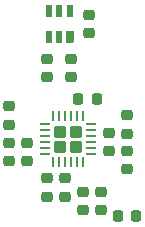
<source format=gtp>
G04 #@! TF.GenerationSoftware,KiCad,Pcbnew,7.0.7*
G04 #@! TF.CreationDate,2023-09-24T13:34:41+10:00*
G04 #@! TF.ProjectId,fyp_breakout,6679705f-6272-4656-916b-6f75742e6b69,rev?*
G04 #@! TF.SameCoordinates,Original*
G04 #@! TF.FileFunction,Paste,Top*
G04 #@! TF.FilePolarity,Positive*
%FSLAX46Y46*%
G04 Gerber Fmt 4.6, Leading zero omitted, Abs format (unit mm)*
G04 Created by KiCad (PCBNEW 7.0.7) date 2023-09-24 13:34:41*
%MOMM*%
%LPD*%
G01*
G04 APERTURE LIST*
G04 Aperture macros list*
%AMRoundRect*
0 Rectangle with rounded corners*
0 $1 Rounding radius*
0 $2 $3 $4 $5 $6 $7 $8 $9 X,Y pos of 4 corners*
0 Add a 4 corners polygon primitive as box body*
4,1,4,$2,$3,$4,$5,$6,$7,$8,$9,$2,$3,0*
0 Add four circle primitives for the rounded corners*
1,1,$1+$1,$2,$3*
1,1,$1+$1,$4,$5*
1,1,$1+$1,$6,$7*
1,1,$1+$1,$8,$9*
0 Add four rect primitives between the rounded corners*
20,1,$1+$1,$2,$3,$4,$5,0*
20,1,$1+$1,$4,$5,$6,$7,0*
20,1,$1+$1,$6,$7,$8,$9,0*
20,1,$1+$1,$8,$9,$2,$3,0*%
%AMOutline5P*
0 Free polygon, 5 corners , with rotation*
0 The origin of the aperture is its center*
0 number of corners: always 5*
0 $1 to $10 corner X, Y*
0 $11 Rotation angle, in degrees counterclockwise*
0 create outline with 5 corners*
4,1,5,$1,$2,$3,$4,$5,$6,$7,$8,$9,$10,$1,$2,$11*%
%AMOutline6P*
0 Free polygon, 6 corners , with rotation*
0 The origin of the aperture is its center*
0 number of corners: always 6*
0 $1 to $12 corner X, Y*
0 $13 Rotation angle, in degrees counterclockwise*
0 create outline with 6 corners*
4,1,6,$1,$2,$3,$4,$5,$6,$7,$8,$9,$10,$11,$12,$1,$2,$13*%
%AMOutline7P*
0 Free polygon, 7 corners , with rotation*
0 The origin of the aperture is its center*
0 number of corners: always 7*
0 $1 to $14 corner X, Y*
0 $15 Rotation angle, in degrees counterclockwise*
0 create outline with 7 corners*
4,1,7,$1,$2,$3,$4,$5,$6,$7,$8,$9,$10,$11,$12,$13,$14,$1,$2,$15*%
%AMOutline8P*
0 Free polygon, 8 corners , with rotation*
0 The origin of the aperture is its center*
0 number of corners: always 8*
0 $1 to $16 corner X, Y*
0 $17 Rotation angle, in degrees counterclockwise*
0 create outline with 8 corners*
4,1,8,$1,$2,$3,$4,$5,$6,$7,$8,$9,$10,$11,$12,$13,$14,$15,$16,$1,$2,$17*%
G04 Aperture macros list end*
%ADD10RoundRect,0.225000X-0.250000X0.225000X-0.250000X-0.225000X0.250000X-0.225000X0.250000X0.225000X0*%
%ADD11RoundRect,0.225000X0.250000X-0.225000X0.250000X0.225000X-0.250000X0.225000X-0.250000X-0.225000X0*%
%ADD12RoundRect,0.225000X-0.225000X-0.250000X0.225000X-0.250000X0.225000X0.250000X-0.225000X0.250000X0*%
%ADD13R,0.622000X1.032000*%
%ADD14R,0.500000X1.032000*%
%ADD15Outline5P,-0.516000X0.311000X0.391600X0.311000X0.516000X0.186600X0.516000X-0.311000X-0.516000X-0.311000X270.000000*%
%ADD16RoundRect,0.250000X-0.275000X0.275000X-0.275000X-0.275000X0.275000X-0.275000X0.275000X0.275000X0*%
%ADD17RoundRect,0.062500X-0.062500X0.350000X-0.062500X-0.350000X0.062500X-0.350000X0.062500X0.350000X0*%
%ADD18RoundRect,0.062500X-0.350000X0.062500X-0.350000X-0.062500X0.350000X-0.062500X0.350000X0.062500X0*%
G04 APERTURE END LIST*
D10*
X147750000Y-112475000D03*
X147750000Y-114025000D03*
X150000000Y-105975000D03*
X150000000Y-107525000D03*
D11*
X141500000Y-109875000D03*
X141500000Y-108325000D03*
D10*
X148500000Y-107475000D03*
X148500000Y-109025000D03*
D12*
X145875000Y-104600000D03*
X147425000Y-104600000D03*
D10*
X146750000Y-97475000D03*
X146750000Y-99025000D03*
X143250000Y-101225000D03*
X143250000Y-102775000D03*
D11*
X150000000Y-110525000D03*
X150000000Y-108975000D03*
D13*
X145134000Y-97146000D03*
D14*
X144250000Y-97146000D03*
D13*
X143366000Y-97146000D03*
X143366000Y-99354000D03*
D14*
X144250000Y-99354000D03*
D15*
X145134000Y-99354000D03*
D11*
X140000000Y-109875000D03*
X140000000Y-108325000D03*
X140000000Y-106775000D03*
X140000000Y-105225000D03*
D16*
X145650000Y-107350000D03*
X144350000Y-107350000D03*
X145650000Y-108650000D03*
X144350000Y-108650000D03*
D17*
X146250000Y-106062500D03*
X145750000Y-106062500D03*
X145250000Y-106062500D03*
X144750000Y-106062500D03*
X144250000Y-106062500D03*
X143750000Y-106062500D03*
D18*
X143062500Y-106750000D03*
X143062500Y-107250000D03*
X143062500Y-107750000D03*
X143062500Y-108250000D03*
X143062500Y-108750000D03*
X143062500Y-109250000D03*
D17*
X143750000Y-109937500D03*
X144250000Y-109937500D03*
X144750000Y-109937500D03*
X145250000Y-109937500D03*
X145750000Y-109937500D03*
X146250000Y-109937500D03*
D18*
X146937500Y-109250000D03*
X146937500Y-108750000D03*
X146937500Y-108250000D03*
X146937500Y-107750000D03*
X146937500Y-107250000D03*
X146937500Y-106750000D03*
D10*
X144750000Y-111325000D03*
X144750000Y-112875000D03*
X146250000Y-112475000D03*
X146250000Y-114025000D03*
X143250000Y-111325000D03*
X143250000Y-112875000D03*
X145250000Y-101225000D03*
X145250000Y-102775000D03*
D12*
X149225000Y-114500000D03*
X150775000Y-114500000D03*
M02*

</source>
